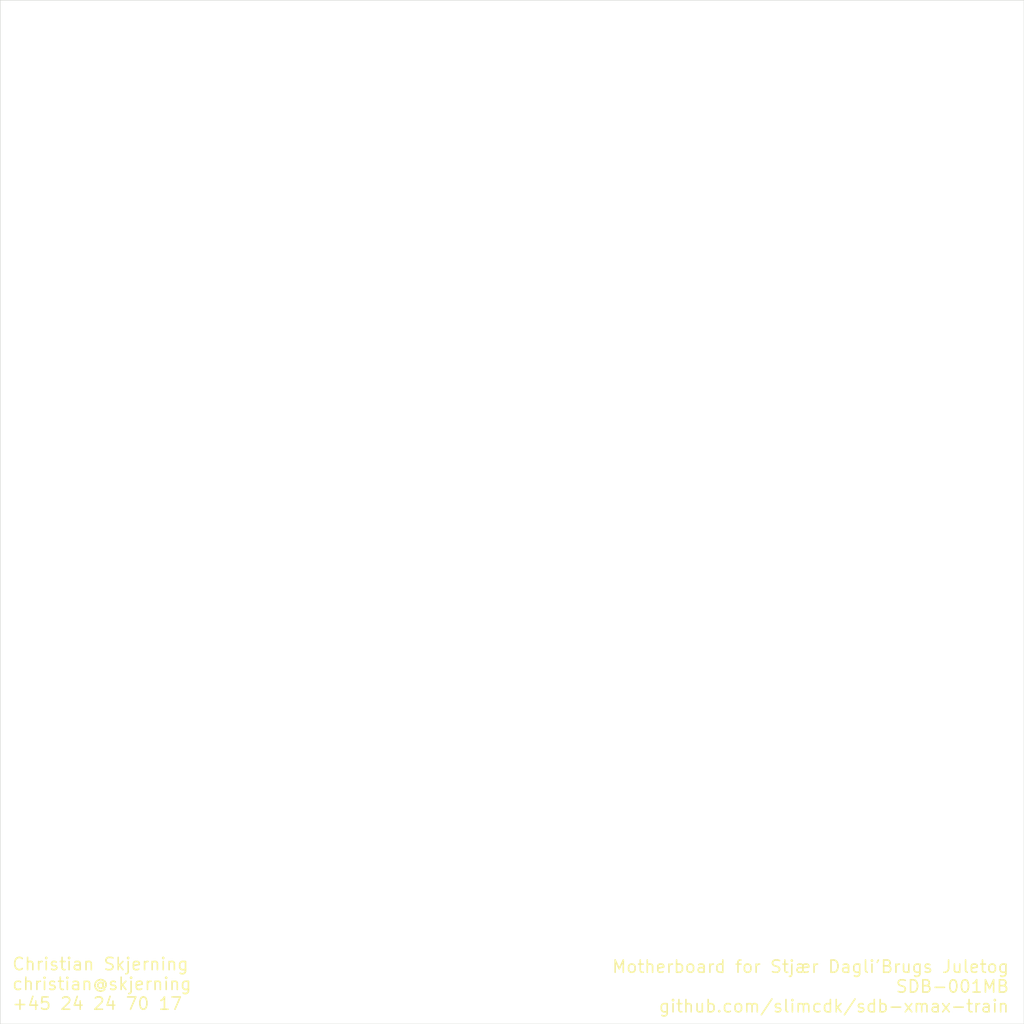
<source format=kicad_pcb>
(kicad_pcb (version 20171130) (host pcbnew 5.1.4+dfsg1-1)

  (general
    (thickness 1.6)
    (drawings 6)
    (tracks 0)
    (zones 0)
    (modules 0)
    (nets 1)
  )

  (page A4)
  (layers
    (0 F.Cu signal)
    (31 B.Cu signal)
    (32 B.Adhes user)
    (33 F.Adhes user)
    (34 B.Paste user)
    (35 F.Paste user)
    (36 B.SilkS user)
    (37 F.SilkS user)
    (38 B.Mask user)
    (39 F.Mask user)
    (40 Dwgs.User user)
    (41 Cmts.User user)
    (42 Eco1.User user)
    (43 Eco2.User user)
    (44 Edge.Cuts user)
    (45 Margin user)
    (46 B.CrtYd user)
    (47 F.CrtYd user)
    (48 B.Fab user)
    (49 F.Fab user)
  )

  (setup
    (last_trace_width 0.25)
    (trace_clearance 0.2)
    (zone_clearance 0.508)
    (zone_45_only no)
    (trace_min 0.2)
    (via_size 0.8)
    (via_drill 0.4)
    (via_min_size 0.4)
    (via_min_drill 0.3)
    (uvia_size 0.3)
    (uvia_drill 0.1)
    (uvias_allowed no)
    (uvia_min_size 0.2)
    (uvia_min_drill 0.1)
    (edge_width 0.05)
    (segment_width 0.2)
    (pcb_text_width 0.3)
    (pcb_text_size 1.5 1.5)
    (mod_edge_width 0.12)
    (mod_text_size 1 1)
    (mod_text_width 0.15)
    (pad_size 1.524 1.524)
    (pad_drill 0.762)
    (pad_to_mask_clearance 0.051)
    (solder_mask_min_width 0.25)
    (aux_axis_origin 0 0)
    (visible_elements FFFFFF7F)
    (pcbplotparams
      (layerselection 0x010fc_ffffffff)
      (usegerberextensions false)
      (usegerberattributes false)
      (usegerberadvancedattributes false)
      (creategerberjobfile false)
      (excludeedgelayer true)
      (linewidth 0.100000)
      (plotframeref false)
      (viasonmask false)
      (mode 1)
      (useauxorigin false)
      (hpglpennumber 1)
      (hpglpenspeed 20)
      (hpglpendiameter 15.000000)
      (psnegative false)
      (psa4output false)
      (plotreference true)
      (plotvalue true)
      (plotinvisibletext false)
      (padsonsilk false)
      (subtractmaskfromsilk false)
      (outputformat 1)
      (mirror false)
      (drillshape 1)
      (scaleselection 1)
      (outputdirectory ""))
  )

  (net 0 "")

  (net_class Default "This is the default net class."
    (clearance 0.2)
    (trace_width 0.25)
    (via_dia 0.8)
    (via_drill 0.4)
    (uvia_dia 0.3)
    (uvia_drill 0.1)
  )

  (gr_text "Christian Skjerning\nchristian@skjerning\n+45 24 24 70 17" (at 21.082 116.078) (layer F.SilkS) (tstamp 5E12FB48)
    (effects (font (size 1.2 1.2) (thickness 0.15)) (justify left))
  )
  (gr_text "Motherboard for Stjær Dagli'Brugs Juletog\nSDB-001MB\ngithub.com/slimcdk/sdb-xmax-train" (at 118.618 116.332) (layer F.SilkS)
    (effects (font (size 1.2 1.2) (thickness 0.15)) (justify right))
  )
  (gr_line (start 20 20) (end 120 20) (layer Edge.Cuts) (width 0.05))
  (gr_line (start 120 20) (end 120 120) (layer Edge.Cuts) (width 0.05))
  (gr_line (start 20 120) (end 120 120) (layer Edge.Cuts) (width 0.05))
  (gr_line (start 20 20) (end 20 120) (layer Edge.Cuts) (width 0.05))

)

</source>
